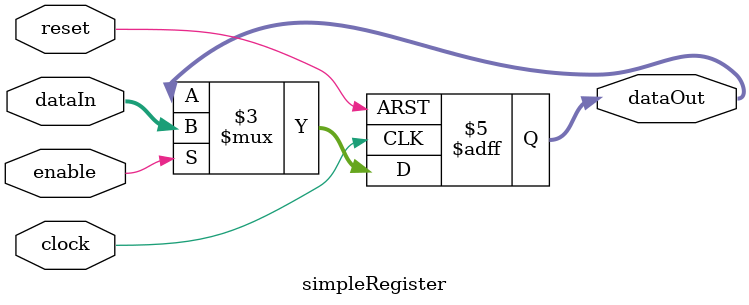
<source format=v>
module simpleRegister(dataIn, clock, enable, reset, dataOut);

 	input [1:0] dataIn; 
	input clock;
	input enable;
	input reset;
   output [1:0] dataOut;
	reg[1:0] dataOut;
 
always @(posedge clock or posedge reset) 
	if (reset) 
		dataOut = 2'b00; 
	else if  (enable) 
		dataOut = dataIn; 
	
endmodule
		
</source>
